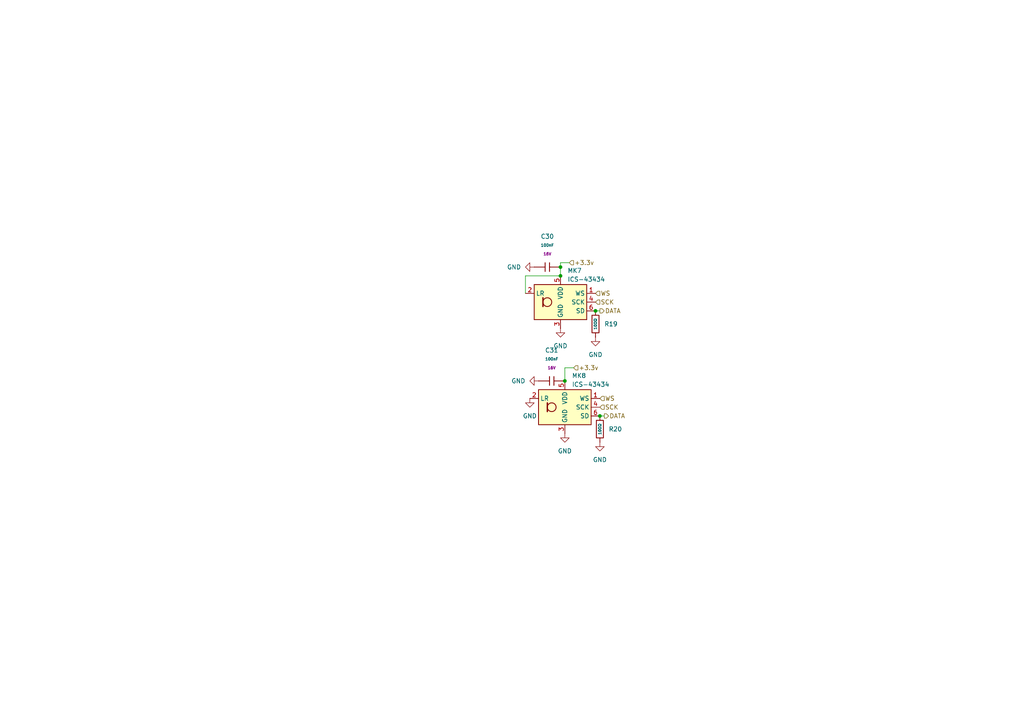
<source format=kicad_sch>
(kicad_sch (version 20250114) (generator "eeschema") (generator_version "9.0")
  (paper "A4")
  (title_block (title "Mic Cascade") (company "Maxwell Stoughton") (comment 1 "mstoughton.org"))
  (lib_symbols
    (symbol "ICS-43434_1"
      (property "Reference" "MK1" (at 2.032 9.144 0))
      (property "Value" "ICS-43434" (at 2.032 6.604 0))
      (symbol "ICS-43434_1_1_1"
        (rectangle (start -7.62 5.08) (end 7.62 -5.08) (stroke (width 0.254)) (fill (type background)))
        (polyline (pts (xy -5.08 1.27) (xy -5.08 -1.27)) (stroke (width 0.381)))
        (circle (center -3.81 0) (radius 1.27) (stroke (width 0.254)))
        (pin input line (at -10.16 2.54 0) (length 2.54) (name "LR") (number "2"))
        (pin power_in line (at 0 7.62 270) (length 2.54) (name "VDD") (number "5"))
        (pin power_in line (at 0 -7.62 90) (length 2.54) (name "GND") (number "3"))
        (pin input line (at 10.16 2.54 180) (length 2.54) (name "WS") (number "1"))
        (pin input line (at 10.16 0 180) (length 2.54) (name "SCK") (number "4"))
        (pin passive line (at 10.16 -2.54 180) (length 2.54) (name "SD") (number "6"))
      )
    )
    (symbol "PCM_JLCPCB-Capacitors:0402,100nF" (pin_numbers (hide yes)) (pin_names (offset 0))
      (property "Reference" "C" (at 2.032 1.668 0))
      (property "Value" "100nF" (at 2.032 -0.3782 0))
      (property "Voltage Rated" "16V" (at 2.032 -2.0462 0))
      (symbol "0402,100nF_0_1"
        (polyline (pts (xy -1.27 0.635) (xy 1.27 0.635)) (stroke (width 0.254)))
        (polyline (pts (xy -1.27 -0.635) (xy 1.27 -0.635)) (stroke (width 0.254)))
      )
      (symbol "0402,100nF_1_1"
        (pin passive line (at 0 3.81 270) (length 3.175) (name "~") (number "1"))
        (pin passive line (at 0 -3.81 90) (length 3.175) (name "~") (number "2"))
      )
    )
    (symbol "PCM_JLCPCB-Resistors:0603,100Ω" (pin_numbers (hide yes)) (pin_names (offset 0))
      (property "Reference" "R" (at 1.778 0 0))
      (property "Value" "100Ω" (at 0 0 90))
      (symbol "0603,100Ω_0_1"
        (rectangle (start -1.016 2.54) (end 1.016 -2.54) (stroke (width 0.254)))
      )
      (symbol "0603,100Ω_1_1"
        (pin passive line (at 0 3.81 270) (length 1.27) (name "~") (number "1"))
        (pin passive line (at 0 -3.81 90) (length 1.27) (name "~") (number "2"))
      )
    )
    (symbol "Sensor_Audio:ICS-43434"
      (property "Reference" "MK" (at -7.62 6.35 0))
      (property "Value" "ICS-43434" (at 1.27 6.35 0))
      (symbol "ICS-43434_1_1"
        (rectangle (start -7.62 5.08) (end 7.62 -5.08) (stroke (width 0.254)) (fill (type background)))
        (polyline (pts (xy -5.08 1.27) (xy -5.08 -1.27)) (stroke (width 0.381)))
        (circle (center -3.81 0) (radius 1.27) (stroke (width 0.254)))
        (pin input line (at -10.16 2.54 0) (length 2.54) (name "LR") (number "2"))
        (pin power_in line (at 0 7.62 270) (length 2.54) (name "VDD") (number "5"))
        (pin power_in line (at 0 -7.62 90) (length 2.54) (name "GND") (number "3"))
        (pin input line (at 10.16 2.54 180) (length 2.54) (name "WS") (number "1"))
        (pin input line (at 10.16 0 180) (length 2.54) (name "SCK") (number "4"))
        (pin output line (at 10.16 -2.54 180) (length 2.54) (name "SD") (number "6"))
      )
    )
    (symbol "power:GND" (power) (pin_numbers (hide yes)) (pin_names (offset 0) (hide yes))
      (property "Value" "GND" (at 0 -3.81 0))
      (symbol "GND_0_1"
        (polyline (pts (xy 0 0) (xy 0 -1.27) (xy 1.27 -1.27) (xy 0 -2.54) (xy -1.27 -1.27) (xy 0 -1.27)))
      )
      (symbol "GND_1_1"
        (pin power_in line (at 0 0 270) (length 0) (name "~") (number "1"))
      )
    )
  )
  (junction (at 162.56 80.01))
  (junction (at 162.56 77.47))
  (junction (at 173.99 120.65))
  (junction (at 172.72 90.17))
  (junction (at 163.83 110.49))
  (wire (pts (xy 173.99 120.65) (xy 175.26 120.65)))
  (wire (pts (xy 165.1 76.2) (xy 162.56 76.2)))
  (wire (pts (xy 162.56 80.01) (xy 152.4 80.01)))
  (wire (pts (xy 173.99 90.17) (xy 172.72 90.17)))
  (wire (pts (xy 162.56 76.2) (xy 162.56 77.47)))
  (wire (pts (xy 163.83 106.68) (xy 163.83 110.49)))
  (wire (pts (xy 152.4 80.01) (xy 152.4 85.09)))
  (wire (pts (xy 166.37 106.68) (xy 163.83 106.68)))
  (wire (pts (xy 162.56 77.47) (xy 162.56 80.01)))
  (hierarchical_label "DATA" (shape output) (at 173.99 90.17 0))
  (hierarchical_label "+3.3v" (shape input) (at 166.37 106.68 0))
  (hierarchical_label "WS" (shape input) (at 172.72 85.09 0))
  (hierarchical_label "SCK" (shape input) (at 172.72 87.63 0))
  (hierarchical_label "SCK" (shape input) (at 173.99 118.11 0))
  (hierarchical_label "+3.3v" (shape input) (at 165.1 76.2 0))
  (hierarchical_label "WS" (shape input) (at 173.99 115.57 0))
  (hierarchical_label "DATA" (shape output) (at 175.26 120.65 0))
  (symbol (lib_id "power:GND") (at 173.99 128.27 0) (unit 1)
    (property "Reference" "#PWR070" (effects (hide yes)))
    (property "Value" "GND" (at 173.99 133.35 0))
    (property "Description" "Power symbol creates a global label with name \"GND\" , ground" (effects (hide yes)))
    (instances (project "CM5IO" (path "" (reference "#PWR091") (unit 1)) (path "" (reference "#PWR084") (unit 1)) (path "" (reference "#PWR070") (unit 1)) (path "" (reference "#PWR077") (unit 1))))
  )
  (symbol (lib_id "PCM_JLCPCB-Resistors:0603,100Ω") (at 172.72 93.98 0) (unit 1)
    (property "Reference" "R13" (at 175.26 93.9799 0) (effects (justify left)))
    (property "Value" "100Ω" (at 172.72 93.98 90) (effects (font (size 0.8 0.8))))
    (property "Footprint" "PCM_JLCPCB:R_0603" (effects (hide yes)))
    (property "Datasheet" "https://www.lcsc.com/datasheet/lcsc_datasheet_2411221126_UNI-ROYAL-Uniroyal-Elec-0603WAF1000T5E_C22775.pdf" (effects (hide yes)))
    (property "Description" "100mW Thick Film Resistors 75V ±1% ±200ppm/°C 100Ω 0603 Chip Resistor - Surface Mount ROHS" (effects (hide yes)))
    (property "LCSC" "C22775" (effects (hide yes)))
    (property "Stock" "7762661" (effects (hide yes)))
    (property "Price" "0.004USD" (effects (hide yes)))
    (property "Process" "SMT" (effects (hide yes)))
    (property "Minimum Qty" "20" (effects (hide yes)))
    (property "Attrition Qty" "10" (effects (hide yes)))
    (property "Class" "Basic Component" (effects (hide yes)))
    (property "Category" "Resistors,Chip Resistor - Surface Mount" (effects (hide yes)))
    (property "Manufacturer" "UNI-ROYAL(Uniroyal Elec)" (effects (hide yes)))
    (property "Part" "0603WAF1000T5E" (effects (hide yes)))
    (property "Resistance" "100Ω" (effects (hide yes)))
    (property "Power(Watts)" "100mW" (effects (hide yes)))
    (property "Type" "Thick Film Resistors" (effects (hide yes)))
    (property "Overload Voltage (Max)" "75V" (effects (hide yes)))
    (property "Operating Temperature Range" "-55°C~+155°C" (effects (hide yes)))
    (property "Tolerance" "±1%" (effects (hide yes)))
    (property "Temperature Coefficient" "±200ppm/°C" (effects (hide yes)))
    (instances (project "CM5IO" (path "" (reference "R19") (unit 1)) (path "" (reference "R17") (unit 1)) (path "" (reference "R13") (unit 1)) (path "" (reference "R15") (unit 1))))
  )
  (symbol (lib_id "PCM_JLCPCB-Capacitors:0402,100nF") (at 160.02 110.49 90) (unit 1)
    (property "Reference" "C25" (at 160.02 101.6 90))
    (property "Value" "100nF" (at 160.02 104.14 90) (effects (font (size 0.8 0.8))))
    (property "Footprint" "PCM_JLCPCB:C_0402" (effects (hide yes)))
    (property "Datasheet" "https://www.lcsc.com/datasheet/lcsc_datasheet_2304140030_Samsung-Electro-Mechanics-CL05B104KO5NNNC_C1525.pdf" (effects (hide yes)))
    (property "Description" "16V 100nF X7R ±10% 0402 Multilayer Ceramic Capacitors MLCC - SMD/SMT ROHS" (effects (hide yes)))
    (property "LCSC" "C1525" (effects (hide yes)))
    (property "Stock" "17143248" (effects (hide yes)))
    (property "Price" "0.004USD" (effects (hide yes)))
    (property "Process" "SMT" (effects (hide yes)))
    (property "Minimum Qty" "20" (effects (hide yes)))
    (property "Attrition Qty" "10" (effects (hide yes)))
    (property "Class" "Basic Component" (effects (hide yes)))
    (property "Category" "Capacitors,Multilayer Ceramic Capacitors MLCC - SMD/SMT" (effects (hide yes)))
    (property "Manufacturer" "Samsung Electro-Mechanics" (effects (hide yes)))
    (property "Part" "CL05B104KO5NNNC" (effects (hide yes)))
    (property "Voltage Rated" "16V" (at 160.02 106.68 90) (effects (font (size 0.8 0.8))))
    (property "Tolerance" "±10%" (effects (hide yes)))
    (property "Capacitance" "100nF" (effects (hide yes)))
    (property "Temperature Coefficient" "X7R" (effects (hide yes)))
    (instances (project "CM5IO" (path "" (reference "C31") (unit 1)) (path "" (reference "C29") (unit 1)) (path "" (reference "C25") (unit 1)) (path "" (reference "C27") (unit 1))))
  )
  (symbol (lib_name "ICS-43434_1") (lib_id "Sensor_Audio:ICS-43434") (at 162.56 87.63 0) (unit 1)
    (property "Reference" "MK1" (at 164.592 78.486 0) (effects (justify left)))
    (property "Value" "ICS-43434" (at 164.592 81.026 0) (effects (justify left)))
    (property "Footprint" "Sensor_Audio:InvenSense_ICS-43434-6_3.5x2.65mm" (effects (hide yes)))
    (property "Datasheet" "https://www.invensense.com/wp-content/uploads/2016/02/DS-000069-ICS-43434-v1.2.pdf" (effects (hide yes)))
    (property "Description" "TDK InvenSense MEMS Microphone, 24-bit I2S, 65 dBA SNR, LGA-6" (effects (hide yes)))
    (instances (project "CM5IO" (path "" (reference "MK7") (unit 1)) (path "" (reference "MK5") (unit 1)) (path "" (reference "MK1") (unit 1)) (path "" (reference "MK3") (unit 1))))
  )
  (symbol (lib_id "power:GND") (at 172.72 97.79 0) (unit 1)
    (property "Reference" "#PWR069" (effects (hide yes)))
    (property "Value" "GND" (at 172.72 102.87 0))
    (property "Description" "Power symbol creates a global label with name \"GND\" , ground" (effects (hide yes)))
    (instances (project "CM5IO" (path "" (reference "#PWR090") (unit 1)) (path "" (reference "#PWR083") (unit 1)) (path "" (reference "#PWR069") (unit 1)) (path "" (reference "#PWR076") (unit 1))))
  )
  (symbol (lib_id "power:GND") (at 162.56 95.25 0) (unit 1)
    (property "Reference" "#PWR067" (effects (hide yes)))
    (property "Value" "GND" (at 162.56 100.33 0))
    (property "Description" "Power symbol creates a global label with name \"GND\" , ground" (effects (hide yes)))
    (instances (project "CM5IO" (path "" (reference "#PWR088") (unit 1)) (path "" (reference "#PWR081") (unit 1)) (path "" (reference "#PWR067") (unit 1)) (path "" (reference "#PWR074") (unit 1))))
  )
  (symbol (lib_id "power:GND") (at 163.83 125.73 0) (unit 1)
    (property "Reference" "#PWR068" (effects (hide yes)))
    (property "Value" "GND" (at 163.83 130.81 0))
    (property "Description" "Power symbol creates a global label with name \"GND\" , ground" (effects (hide yes)))
    (instances (project "CM5IO" (path "" (reference "#PWR089") (unit 1)) (path "" (reference "#PWR082") (unit 1)) (path "" (reference "#PWR068") (unit 1)) (path "" (reference "#PWR075") (unit 1))))
  )
  (symbol (lib_id "power:GND") (at 153.67 115.57 0) (unit 1)
    (property "Reference" "#PWR064" (effects (hide yes)))
    (property "Value" "GND" (at 153.67 120.65 0))
    (property "Description" "Power symbol creates a global label with name \"GND\" , ground" (effects (hide yes)))
    (instances (project "CM5IO" (path "" (reference "#PWR085") (unit 1)) (path "" (reference "#PWR078") (unit 1)) (path "" (reference "#PWR064") (unit 1)) (path "" (reference "#PWR071") (unit 1))))
  )
  (symbol (lib_id "PCM_JLCPCB-Resistors:0603,100Ω") (at 173.99 124.46 0) (unit 1)
    (property "Reference" "R14" (at 176.53 124.4599 0) (effects (justify left)))
    (property "Value" "100Ω" (at 173.99 124.46 90) (effects (font (size 0.8 0.8))))
    (property "Footprint" "PCM_JLCPCB:R_0603" (effects (hide yes)))
    (property "Datasheet" "https://www.lcsc.com/datasheet/lcsc_datasheet_2411221126_UNI-ROYAL-Uniroyal-Elec-0603WAF1000T5E_C22775.pdf" (effects (hide yes)))
    (property "Description" "100mW Thick Film Resistors 75V ±1% ±200ppm/°C 100Ω 0603 Chip Resistor - Surface Mount ROHS" (effects (hide yes)))
    (property "LCSC" "C22775" (effects (hide yes)))
    (property "Stock" "7762661" (effects (hide yes)))
    (property "Price" "0.004USD" (effects (hide yes)))
    (property "Process" "SMT" (effects (hide yes)))
    (property "Minimum Qty" "20" (effects (hide yes)))
    (property "Attrition Qty" "10" (effects (hide yes)))
    (property "Class" "Basic Component" (effects (hide yes)))
    (property "Category" "Resistors,Chip Resistor - Surface Mount" (effects (hide yes)))
    (property "Manufacturer" "UNI-ROYAL(Uniroyal Elec)" (effects (hide yes)))
    (property "Part" "0603WAF1000T5E" (effects (hide yes)))
    (property "Resistance" "100Ω" (effects (hide yes)))
    (property "Power(Watts)" "100mW" (effects (hide yes)))
    (property "Type" "Thick Film Resistors" (effects (hide yes)))
    (property "Overload Voltage (Max)" "75V" (effects (hide yes)))
    (property "Operating Temperature Range" "-55°C~+155°C" (effects (hide yes)))
    (property "Tolerance" "±1%" (effects (hide yes)))
    (property "Temperature Coefficient" "±200ppm/°C" (effects (hide yes)))
    (instances (project "CM5IO" (path "" (reference "R20") (unit 1)) (path "" (reference "R18") (unit 1)) (path "" (reference "R14") (unit 1)) (path "" (reference "R16") (unit 1))))
  )
  (symbol (lib_id "PCM_JLCPCB-Capacitors:0402,100nF") (at 158.75 77.47 90) (unit 1)
    (property "Reference" "C24" (at 158.75 68.58 90))
    (property "Value" "100nF" (at 158.75 71.12 90) (effects (font (size 0.8 0.8))))
    (property "Footprint" "PCM_JLCPCB:C_0402" (effects (hide yes)))
    (property "Datasheet" "https://www.lcsc.com/datasheet/lcsc_datasheet_2304140030_Samsung-Electro-Mechanics-CL05B104KO5NNNC_C1525.pdf" (effects (hide yes)))
    (property "Description" "16V 100nF X7R ±10% 0402 Multilayer Ceramic Capacitors MLCC - SMD/SMT ROHS" (effects (hide yes)))
    (property "LCSC" "C1525" (effects (hide yes)))
    (property "Stock" "17143248" (effects (hide yes)))
    (property "Price" "0.004USD" (effects (hide yes)))
    (property "Process" "SMT" (effects (hide yes)))
    (property "Minimum Qty" "20" (effects (hide yes)))
    (property "Attrition Qty" "10" (effects (hide yes)))
    (property "Class" "Basic Component" (effects (hide yes)))
    (property "Category" "Capacitors,Multilayer Ceramic Capacitors MLCC - SMD/SMT" (effects (hide yes)))
    (property "Manufacturer" "Samsung Electro-Mechanics" (effects (hide yes)))
    (property "Part" "CL05B104KO5NNNC" (effects (hide yes)))
    (property "Voltage Rated" "16V" (at 158.75 73.66 90) (effects (font (size 0.8 0.8))))
    (property "Tolerance" "±10%" (effects (hide yes)))
    (property "Capacitance" "100nF" (effects (hide yes)))
    (property "Temperature Coefficient" "X7R" (effects (hide yes)))
    (instances (project "" (path "" (reference "C30") (unit 1)) (path "" (reference "C28") (unit 1)) (path "" (reference "C24") (unit 1)) (path "" (reference "C26") (unit 1))))
  )
  (symbol (lib_id "power:GND") (at 156.21 110.49 270) (unit 1)
    (property "Reference" "#PWR066" (effects (hide yes)))
    (property "Value" "GND" (at 152.4 110.4899 90) (effects (justify right)))
    (property "Description" "Power symbol creates a global label with name \"GND\" , ground" (effects (hide yes)))
    (instances (project "CM5IO" (path "" (reference "#PWR087") (unit 1)) (path "" (reference "#PWR080") (unit 1)) (path "" (reference "#PWR066") (unit 1)) (path "" (reference "#PWR073") (unit 1))))
  )
  (symbol (lib_id "Sensor_Audio:ICS-43434") (at 163.83 118.11 0) (unit 1)
    (property "Reference" "MK2" (at 165.862 108.966 0) (effects (justify left)))
    (property "Value" "ICS-43434" (at 165.862 111.506 0) (effects (justify left)))
    (property "Footprint" "Sensor_Audio:InvenSense_ICS-43434-6_3.5x2.65mm" (effects (hide yes)))
    (property "Datasheet" "https://www.invensense.com/wp-content/uploads/2016/02/DS-000069-ICS-43434-v1.2.pdf" (effects (hide yes)))
    (property "Description" "TDK InvenSense MEMS Microphone, 24-bit I2S, 65 dBA SNR, LGA-6" (effects (hide yes)))
    (instances (project "CM5IO" (path "" (reference "MK8") (unit 1)) (path "" (reference "MK6") (unit 1)) (path "" (reference "MK2") (unit 1)) (path "" (reference "MK4") (unit 1))))
  )
  (symbol (lib_id "power:GND") (at 154.94 77.47 270) (unit 1)
    (property "Reference" "#PWR065" (effects (hide yes)))
    (property "Value" "GND" (at 151.13 77.4699 90) (effects (justify right)))
    (property "Description" "Power symbol creates a global label with name \"GND\" , ground" (effects (hide yes)))
    (instances (project "CM5IO" (path "" (reference "#PWR086") (unit 1)) (path "" (reference "#PWR079") (unit 1)) (path "" (reference "#PWR065") (unit 1)) (path "" (reference "#PWR072") (unit 1))))
  )
)
</source>
